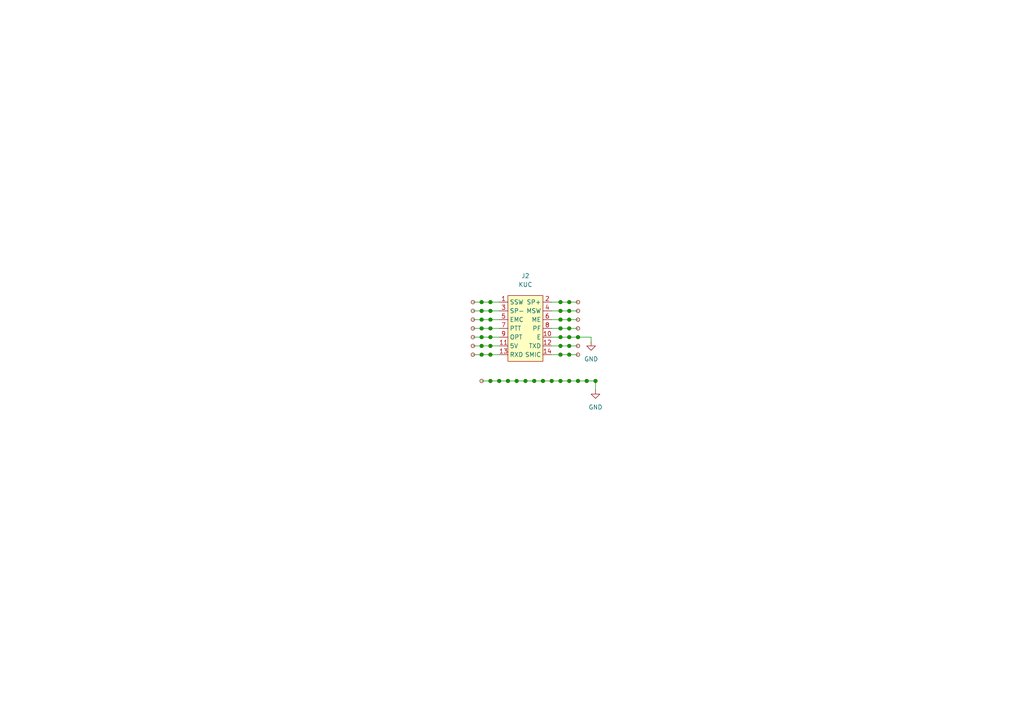
<source format=kicad_sch>
(kicad_sch (version 20211123) (generator eeschema)
  (paper "A4")
  (lib_symbols
    (symbol "Connector:TestPoint_Small" (pin_numbers hide) (pin_names (offset 0.762) hide)
      (property "Reference" "TP" (at 0 3.81 0))
      (property "Value" "TestPoint_Small" (at 0 2.032 0))
      (symbol "TestPoint_Small_0_1"
        (circle (center 0 0) (radius 0.508))
      )
      (symbol "TestPoint_Small_1_1"
        (pin passive line (at 0 0 90) (length 0) (name "1") (number "1"))
      )
    )
    (symbol "Kenwood_Universal_Connector:KUC"
      (property "Reference" "J" (at 0 12.7 0))
      (property "Value" "KUC" (at 0 10.795 0))
      (symbol "KUC_0_1"
        (rectangle (start -5.08 9.525) (end 5.08 -9.525) (fill (type background)))
      )
      (symbol "KUC_1_1"
        (pin input line (at -7.62 7.62 0) (length 2.54) (name "SSW") (number "1"))
        (pin power_in line (at 7.62 -2.54 180) (length 2.54) (name "E") (number "10"))
        (pin power_out line (at -7.62 -5.08 0) (length 2.54) (name "5V") (number "11"))
        (pin output line (at 7.62 -5.08 180) (length 2.54) (name "TXD") (number "12"))
        (pin input line (at -7.62 -7.62 0) (length 2.54) (name "RXD") (number "13"))
        (pin input line (at 7.62 -7.62 180) (length 2.54) (name "SMIC") (number "14"))
        (pin output line (at 7.62 7.62 180) (length 2.54) (name "SP+") (number "2"))
        (pin output line (at -7.62 5.08 0) (length 2.54) (name "SP-") (number "3"))
        (pin input line (at 7.62 5.08 180) (length 2.54) (name "MSW") (number "4"))
        (pin input line (at -7.62 2.54 0) (length 2.54) (name "EMC") (number "5"))
        (pin output line (at 7.62 2.54 180) (length 2.54) (name "ME") (number "6"))
        (pin input line (at -7.62 0 0) (length 2.54) (name "PTT") (number "7"))
        (pin input line (at 7.62 0 180) (length 2.54) (name "PF") (number "8"))
        (pin input line (at -7.62 -2.54 0) (length 2.54) (name "OPT") (number "9"))
      )
    )
    (symbol "power:GND" (power) (pin_names (offset 0))
      (property "Value" "GND" (at 0 -3.81 0))
      (symbol "GND_0_1"
        (polyline (pts (xy 0 0) (xy 0 -1.27) (xy 1.27 -1.27) (xy 0 -2.54) (xy -1.27 -1.27) (xy 0 -1.27)))
      )
      (symbol "GND_1_1"
        (pin power_in line (at 0 0 270) (length 0) hide (name "GND") (number "1"))
      )
    )
  )
  (junction (at 139.7 92.71))
  (junction (at 167.64 97.79))
  (junction (at 142.24 87.63))
  (junction (at 144.78 110.49))
  (junction (at 139.7 100.33))
  (junction (at 165.1 87.63))
  (junction (at 154.94 110.49))
  (junction (at 172.72 110.49))
  (junction (at 162.56 95.25))
  (junction (at 165.1 100.33))
  (junction (at 147.32 110.49))
  (junction (at 142.24 110.49))
  (junction (at 139.7 90.17))
  (junction (at 162.56 90.17))
  (junction (at 142.24 102.87))
  (junction (at 170.18 110.49))
  (junction (at 165.1 90.17))
  (junction (at 142.24 95.25))
  (junction (at 160.02 110.49))
  (junction (at 162.56 110.49))
  (junction (at 165.1 92.71))
  (junction (at 142.24 97.79))
  (junction (at 139.7 95.25))
  (junction (at 167.64 110.49))
  (junction (at 157.48 110.49))
  (junction (at 162.56 92.71))
  (junction (at 139.7 102.87))
  (junction (at 139.7 97.79))
  (junction (at 139.7 87.63))
  (junction (at 142.24 90.17))
  (junction (at 165.1 95.25))
  (junction (at 142.24 92.71))
  (junction (at 162.56 102.87))
  (junction (at 165.1 102.87))
  (junction (at 162.56 87.63))
  (junction (at 162.56 100.33))
  (junction (at 162.56 97.79))
  (junction (at 142.24 100.33))
  (junction (at 149.86 110.49))
  (junction (at 165.1 110.49))
  (junction (at 165.1 97.79))
  (junction (at 152.4 110.49))
  (wire (pts (xy 144.78 110.49) (xy 147.32 110.49)))
  (wire (pts (xy 165.1 92.71) (xy 167.64 92.71)))
  (wire (pts (xy 162.56 95.25) (xy 165.1 95.25)))
  (wire (pts (xy 162.56 102.87) (xy 165.1 102.87)))
  (wire (pts (xy 160.02 97.79) (xy 162.56 97.79)))
  (wire (pts (xy 142.24 100.33) (xy 144.78 100.33)))
  (wire (pts (xy 160.02 100.33) (xy 162.56 100.33)))
  (wire (pts (xy 160.02 92.71) (xy 162.56 92.71)))
  (wire (pts (xy 160.02 110.49) (xy 162.56 110.49)))
  (wire (pts (xy 160.02 102.87) (xy 162.56 102.87)))
  (wire (pts (xy 137.16 100.33) (xy 139.7 100.33)))
  (wire (pts (xy 147.32 110.49) (xy 149.86 110.49)))
  (wire (pts (xy 165.1 102.87) (xy 167.64 102.87)))
  (wire (pts (xy 167.64 110.49) (xy 170.18 110.49)))
  (wire (pts (xy 152.4 110.49) (xy 154.94 110.49)))
  (wire (pts (xy 162.56 97.79) (xy 165.1 97.79)))
  (wire (pts (xy 142.24 92.71) (xy 144.78 92.71)))
  (wire (pts (xy 157.48 110.49) (xy 160.02 110.49)))
  (wire (pts (xy 139.7 92.71) (xy 142.24 92.71)))
  (wire (pts (xy 165.1 90.17) (xy 167.64 90.17)))
  (wire (pts (xy 142.24 95.25) (xy 144.78 95.25)))
  (wire (pts (xy 165.1 87.63) (xy 167.64 87.63)))
  (wire (pts (xy 139.7 102.87) (xy 142.24 102.87)))
  (wire (pts (xy 165.1 110.49) (xy 167.64 110.49)))
  (wire (pts (xy 139.7 97.79) (xy 142.24 97.79)))
  (wire (pts (xy 137.16 92.71) (xy 139.7 92.71)))
  (wire (pts (xy 139.7 90.17) (xy 142.24 90.17)))
  (wire (pts (xy 142.24 102.87) (xy 144.78 102.87)))
  (wire (pts (xy 171.45 97.79) (xy 167.64 97.79)))
  (wire (pts (xy 165.1 97.79) (xy 167.64 97.79)))
  (wire (pts (xy 160.02 90.17) (xy 162.56 90.17)))
  (wire (pts (xy 142.24 97.79) (xy 144.78 97.79)))
  (wire (pts (xy 139.7 110.49) (xy 142.24 110.49)))
  (wire (pts (xy 170.18 110.49) (xy 172.72 110.49)))
  (wire (pts (xy 137.16 87.63) (xy 139.7 87.63)))
  (wire (pts (xy 162.56 110.49) (xy 165.1 110.49)))
  (wire (pts (xy 160.02 95.25) (xy 162.56 95.25)))
  (wire (pts (xy 142.24 90.17) (xy 144.78 90.17)))
  (wire (pts (xy 139.7 87.63) (xy 142.24 87.63)))
  (wire (pts (xy 137.16 90.17) (xy 139.7 90.17)))
  (wire (pts (xy 165.1 95.25) (xy 167.64 95.25)))
  (wire (pts (xy 165.1 100.33) (xy 167.64 100.33)))
  (wire (pts (xy 160.02 87.63) (xy 162.56 87.63)))
  (wire (pts (xy 162.56 87.63) (xy 165.1 87.63)))
  (wire (pts (xy 149.86 110.49) (xy 152.4 110.49)))
  (wire (pts (xy 139.7 100.33) (xy 142.24 100.33)))
  (wire (pts (xy 171.45 99.06) (xy 171.45 97.79)))
  (wire (pts (xy 137.16 97.79) (xy 139.7 97.79)))
  (wire (pts (xy 162.56 90.17) (xy 165.1 90.17)))
  (wire (pts (xy 154.94 110.49) (xy 157.48 110.49)))
  (wire (pts (xy 172.72 110.49) (xy 172.72 113.03)))
  (wire (pts (xy 139.7 95.25) (xy 142.24 95.25)))
  (wire (pts (xy 162.56 100.33) (xy 165.1 100.33)))
  (wire (pts (xy 137.16 95.25) (xy 139.7 95.25)))
  (wire (pts (xy 142.24 110.49) (xy 144.78 110.49)))
  (wire (pts (xy 142.24 87.63) (xy 144.78 87.63)))
  (wire (pts (xy 162.56 92.71) (xy 165.1 92.71)))
  (wire (pts (xy 137.16 102.87) (xy 139.7 102.87)))
  (symbol (lib_id "Connector:TestPoint_Small") (at 137.16 95.25 0) (unit 1)
    (property "Reference" "TP4" (effects hide))
    (property "Value" "TestPoint_Small" (effects hide))
    (property "Footprint" "TestPoint:TestPoint_THTPad_D1.0mm_Drill0.5mm" (effects hide))
  )
  (symbol (lib_id "Connector:TestPoint_Small") (at 162.56 100.33 0) (unit 1)
    (property "Reference" "TP27" (effects hide))
    (property "Value" "TestPoint_Small" (effects hide))
    (property "Footprint" "TestPoint:TestPoint_THTPad_D1.0mm_Drill0.5mm" (effects hide))
  )
  (symbol (lib_id "Connector:TestPoint_Small") (at 165.1 87.63 0) (unit 1)
    (property "Reference" "TP29" (effects hide))
    (property "Value" "TestPoint_Small" (effects hide))
    (property "Footprint" "TestPoint:TestPoint_THTPad_D1.0mm_Drill0.5mm" (effects hide))
  )
  (symbol (lib_id "Connector:TestPoint_Small") (at 157.48 110.49 0) (unit 1)
    (property "Reference" "TP50" (effects hide))
    (property "Value" "TestPoint_Small" (effects hide))
    (property "Footprint" "TestPoint:TestPoint_THTPad_D1.0mm_Drill0.5mm" (effects hide))
  )
  (symbol (lib_id "power:GND") (at 172.72 113.03 0) (unit 1)
    (property "Reference" "#PWR01" (effects hide))
    (property "Value" "GND" (at 172.72 118.11 0))
  )
  (symbol (lib_id "Connector:TestPoint_Small") (at 137.16 100.33 0) (unit 1)
    (property "Reference" "TP6" (effects hide))
    (property "Value" "TestPoint_Small" (effects hide))
    (property "Footprint" "TestPoint:TestPoint_THTPad_D1.0mm_Drill0.5mm" (effects hide))
  )
  (symbol (lib_id "Connector:TestPoint_Small") (at 142.24 100.33 0) (unit 1)
    (property "Reference" "TP20" (effects hide))
    (property "Value" "TestPoint_Small" (effects hide))
    (property "Footprint" "TestPoint:TestPoint_THTPad_D1.0mm_Drill0.5mm" (effects hide))
  )
  (symbol (lib_id "Connector:TestPoint_Small") (at 139.7 87.63 0) (unit 1)
    (property "Reference" "TP8" (effects hide))
    (property "Value" "TestPoint_Small" (effects hide))
    (property "Footprint" "TestPoint:TestPoint_THTPad_D1.0mm_Drill0.5mm" (effects hide))
  )
  (symbol (lib_id "Connector:TestPoint_Small") (at 154.94 110.49 0) (unit 1)
    (property "Reference" "TP49" (effects hide))
    (property "Value" "TestPoint_Small" (effects hide))
    (property "Footprint" "TestPoint:TestPoint_THTPad_D1.0mm_Drill0.5mm" (effects hide))
  )
  (symbol (lib_id "Connector:TestPoint_Small") (at 139.7 95.25 0) (unit 1)
    (property "Reference" "TP11" (effects hide))
    (property "Value" "TestPoint_Small" (effects hide))
    (property "Footprint" "TestPoint:TestPoint_THTPad_D1.0mm_Drill0.5mm" (effects hide))
  )
  (symbol (lib_id "Connector:TestPoint_Small") (at 165.1 95.25 0) (unit 1)
    (property "Reference" "TP32" (effects hide))
    (property "Value" "TestPoint_Small" (effects hide))
    (property "Footprint" "TestPoint:TestPoint_THTPad_D1.0mm_Drill0.5mm" (effects hide))
  )
  (symbol (lib_id "Connector:TestPoint_Small") (at 162.56 102.87 0) (unit 1)
    (property "Reference" "TP28" (effects hide))
    (property "Value" "TestPoint_Small" (effects hide))
    (property "Footprint" "TestPoint:TestPoint_THTPad_D1.0mm_Drill0.5mm" (effects hide))
  )
  (symbol (lib_id "Connector:TestPoint_Small") (at 167.64 95.25 0) (unit 1)
    (property "Reference" "TP39" (effects hide))
    (property "Value" "TestPoint_Small" (effects hide))
    (property "Footprint" "TestPoint:TestPoint_THTPad_D1.0mm_Drill0.5mm" (effects hide))
  )
  (symbol (lib_id "Connector:TestPoint_Small") (at 144.78 110.49 0) (unit 1)
    (property "Reference" "TP45" (effects hide))
    (property "Value" "TestPoint_Small" (effects hide))
    (property "Footprint" "TestPoint:TestPoint_THTPad_D1.0mm_Drill0.5mm" (effects hide))
  )
  (symbol (lib_id "Connector:TestPoint_Small") (at 162.56 97.79 0) (unit 1)
    (property "Reference" "TP26" (effects hide))
    (property "Value" "TestPoint_Small" (effects hide))
    (property "Footprint" "TestPoint:TestPoint_THTPad_D1.0mm_Drill0.5mm" (effects hide))
  )
  (symbol (lib_id "Connector:TestPoint_Small") (at 147.32 110.49 0) (unit 1)
    (property "Reference" "TP46" (effects hide))
    (property "Value" "TestPoint_Small" (effects hide))
    (property "Footprint" "TestPoint:TestPoint_THTPad_D1.0mm_Drill0.5mm" (effects hide))
  )
  (symbol (lib_id "Connector:TestPoint_Small") (at 137.16 87.63 0) (unit 1)
    (property "Reference" "TP1" (effects hide))
    (property "Value" "TestPoint_Small" (effects hide))
    (property "Footprint" "TestPoint:TestPoint_THTPad_D1.0mm_Drill0.5mm" (effects hide))
  )
  (symbol (lib_id "Connector:TestPoint_Small") (at 165.1 102.87 0) (unit 1)
    (property "Reference" "TP35" (effects hide))
    (property "Value" "TestPoint_Small" (effects hide))
    (property "Footprint" "TestPoint:TestPoint_THTPad_D1.0mm_Drill0.5mm" (effects hide))
  )
  (symbol (lib_id "Connector:TestPoint_Small") (at 137.16 102.87 0) (unit 1)
    (property "Reference" "TP7" (effects hide))
    (property "Value" "TestPoint_Small" (effects hide))
    (property "Footprint" "TestPoint:TestPoint_THTPad_D1.0mm_Drill0.5mm" (effects hide))
  )
  (symbol (lib_id "Connector:TestPoint_Small") (at 167.64 90.17 0) (unit 1)
    (property "Reference" "TP37" (effects hide))
    (property "Value" "TestPoint_Small" (effects hide))
    (property "Footprint" "TestPoint:TestPoint_THTPad_D1.0mm_Drill0.5mm" (effects hide))
  )
  (symbol (lib_id "Connector:TestPoint_Small") (at 139.7 100.33 0) (unit 1)
    (property "Reference" "TP13" (effects hide))
    (property "Value" "TestPoint_Small" (effects hide))
    (property "Footprint" "TestPoint:TestPoint_THTPad_D1.0mm_Drill0.5mm" (effects hide))
  )
  (symbol (lib_id "Connector:TestPoint_Small") (at 142.24 102.87 0) (unit 1)
    (property "Reference" "TP21" (effects hide))
    (property "Value" "TestPoint_Small" (effects hide))
    (property "Footprint" "TestPoint:TestPoint_THTPad_D1.0mm_Drill0.5mm" (effects hide))
  )
  (symbol (lib_id "Connector:TestPoint_Small") (at 149.86 110.49 0) (unit 1)
    (property "Reference" "TP47" (effects hide))
    (property "Value" "TestPoint_Small" (effects hide))
    (property "Footprint" "TestPoint:TestPoint_THTPad_D1.0mm_Drill0.5mm" (effects hide))
  )
  (symbol (lib_id "power:GND") (at 171.45 99.06 0) (unit 1)
    (property "Reference" "#PWR0101" (effects hide))
    (property "Value" "GND" (at 171.45 104.14 0))
  )
  (symbol (lib_id "Connector:TestPoint_Small") (at 142.24 87.63 0) (unit 1)
    (property "Reference" "TP15" (effects hide))
    (property "Value" "TestPoint_Small" (effects hide))
    (property "Footprint" "TestPoint:TestPoint_THTPad_D1.0mm_Drill0.5mm" (effects hide))
  )
  (symbol (lib_id "Connector:TestPoint_Small") (at 162.56 87.63 0) (unit 1)
    (property "Reference" "TP22" (effects hide))
    (property "Value" "TestPoint_Small" (effects hide))
    (property "Footprint" "TestPoint:TestPoint_THTPad_D1.0mm_Drill0.5mm" (effects hide))
  )
  (symbol (lib_id "Connector:TestPoint_Small") (at 142.24 97.79 0) (unit 1)
    (property "Reference" "TP19" (effects hide))
    (property "Value" "TestPoint_Small" (effects hide))
    (property "Footprint" "TestPoint:TestPoint_THTPad_D1.0mm_Drill0.5mm" (effects hide))
  )
  (symbol (lib_id "Connector:TestPoint_Small") (at 142.24 90.17 0) (unit 1)
    (property "Reference" "TP16" (effects hide))
    (property "Value" "TestPoint_Small" (effects hide))
    (property "Footprint" "TestPoint:TestPoint_THTPad_D1.0mm_Drill0.5mm" (effects hide))
  )
  (symbol (lib_id "Connector:TestPoint_Small") (at 165.1 110.49 0) (unit 1)
    (property "Reference" "TP53" (effects hide))
    (property "Value" "TestPoint_Small" (effects hide))
    (property "Footprint" "TestPoint:TestPoint_THTPad_D1.0mm_Drill0.5mm" (effects hide))
  )
  (symbol (lib_id "Connector:TestPoint_Small") (at 162.56 110.49 0) (unit 1)
    (property "Reference" "TP52" (effects hide))
    (property "Value" "TestPoint_Small" (effects hide))
    (property "Footprint" "TestPoint:TestPoint_THTPad_D1.0mm_Drill0.5mm" (effects hide))
  )
  (symbol (lib_id "Connector:TestPoint_Small") (at 165.1 90.17 0) (unit 1)
    (property "Reference" "TP30" (effects hide))
    (property "Value" "TestPoint_Small" (effects hide))
    (property "Footprint" "TestPoint:TestPoint_THTPad_D1.0mm_Drill0.5mm" (effects hide))
  )
  (symbol (lib_id "Connector:TestPoint_Small") (at 172.72 110.49 0) (unit 1)
    (property "Reference" "TP56" (effects hide))
    (property "Value" "TestPoint_Small" (effects hide))
    (property "Footprint" "TestPoint:TestPoint_THTPad_D1.0mm_Drill0.5mm" (effects hide))
  )
  (symbol (lib_id "Connector:TestPoint_Small") (at 165.1 92.71 0) (unit 1)
    (property "Reference" "TP31" (effects hide))
    (property "Value" "TestPoint_Small" (effects hide))
    (property "Footprint" "TestPoint:TestPoint_THTPad_D1.0mm_Drill0.5mm" (effects hide))
  )
  (symbol (lib_id "Connector:TestPoint_Small") (at 137.16 90.17 0) (unit 1)
    (property "Reference" "TP2" (effects hide))
    (property "Value" "TestPoint_Small" (effects hide))
    (property "Footprint" "TestPoint:TestPoint_THTPad_D1.0mm_Drill0.5mm" (effects hide))
  )
  (symbol (lib_id "Connector:TestPoint_Small") (at 137.16 92.71 0) (unit 1)
    (property "Reference" "TP3" (effects hide))
    (property "Value" "TestPoint_Small" (effects hide))
    (property "Footprint" "TestPoint:TestPoint_THTPad_D1.0mm_Drill0.5mm" (effects hide))
  )
  (symbol (lib_id "Connector:TestPoint_Small") (at 142.24 95.25 0) (unit 1)
    (property "Reference" "TP18" (effects hide))
    (property "Value" "TestPoint_Small" (effects hide))
    (property "Footprint" "TestPoint:TestPoint_THTPad_D1.0mm_Drill0.5mm" (effects hide))
  )
  (symbol (lib_id "Connector:TestPoint_Small") (at 162.56 95.25 0) (unit 1)
    (property "Reference" "TP25" (effects hide))
    (property "Value" "TestPoint_Small" (effects hide))
    (property "Footprint" "TestPoint:TestPoint_THTPad_D1.0mm_Drill0.5mm" (effects hide))
  )
  (symbol (lib_id "Connector:TestPoint_Small") (at 142.24 92.71 0) (unit 1)
    (property "Reference" "TP17" (effects hide))
    (property "Value" "TestPoint_Small" (effects hide))
    (property "Footprint" "TestPoint:TestPoint_THTPad_D1.0mm_Drill0.5mm" (effects hide))
  )
  (symbol (lib_id "Connector:TestPoint_Small") (at 139.7 90.17 0) (unit 1)
    (property "Reference" "TP9" (effects hide))
    (property "Value" "TestPoint_Small" (effects hide))
    (property "Footprint" "TestPoint:TestPoint_THTPad_D1.0mm_Drill0.5mm" (effects hide))
  )
  (symbol (lib_id "Connector:TestPoint_Small") (at 167.64 102.87 0) (unit 1)
    (property "Reference" "TP42" (effects hide))
    (property "Value" "TestPoint_Small" (effects hide))
    (property "Footprint" "TestPoint:TestPoint_THTPad_D1.0mm_Drill0.5mm" (effects hide))
  )
  (symbol (lib_id "Connector:TestPoint_Small") (at 167.64 97.79 0) (unit 1)
    (property "Reference" "TP40" (effects hide))
    (property "Value" "TestPoint_Small" (effects hide))
    (property "Footprint" "TestPoint:TestPoint_THTPad_D1.0mm_Drill0.5mm" (effects hide))
  )
  (symbol (lib_id "Connector:TestPoint_Small") (at 137.16 97.79 0) (unit 1)
    (property "Reference" "TP5" (effects hide))
    (property "Value" "TestPoint_Small" (effects hide))
    (property "Footprint" "TestPoint:TestPoint_THTPad_D1.0mm_Drill0.5mm" (effects hide))
  )
  (symbol (lib_id "Connector:TestPoint_Small") (at 167.64 110.49 0) (unit 1)
    (property "Reference" "TP54" (effects hide))
    (property "Value" "TestPoint_Small" (effects hide))
    (property "Footprint" "TestPoint:TestPoint_THTPad_D1.0mm_Drill0.5mm" (effects hide))
  )
  (symbol (lib_id "Connector:TestPoint_Small") (at 170.18 110.49 0) (unit 1)
    (property "Reference" "TP55" (effects hide))
    (property "Value" "TestPoint_Small" (effects hide))
    (property "Footprint" "TestPoint:TestPoint_THTPad_D1.0mm_Drill0.5mm" (effects hide))
  )
  (symbol (lib_id "Connector:TestPoint_Small") (at 152.4 110.49 0) (unit 1)
    (property "Reference" "TP48" (effects hide))
    (property "Value" "TestPoint_Small" (effects hide))
    (property "Footprint" "TestPoint:TestPoint_THTPad_D1.0mm_Drill0.5mm" (effects hide))
  )
  (symbol (lib_id "Connector:TestPoint_Small") (at 165.1 100.33 0) (unit 1)
    (property "Reference" "TP34" (effects hide))
    (property "Value" "TestPoint_Small" (effects hide))
    (property "Footprint" "TestPoint:TestPoint_THTPad_D1.0mm_Drill0.5mm" (effects hide))
  )
  (symbol (lib_id "Connector:TestPoint_Small") (at 167.64 100.33 0) (unit 1)
    (property "Reference" "TP41" (effects hide))
    (property "Value" "TestPoint_Small" (effects hide))
    (property "Footprint" "TestPoint:TestPoint_THTPad_D1.0mm_Drill0.5mm" (effects hide))
  )
  (symbol (lib_id "Connector:TestPoint_Small") (at 160.02 110.49 0) (unit 1)
    (property "Reference" "TP51" (effects hide))
    (property "Value" "TestPoint_Small" (effects hide))
    (property "Footprint" "TestPoint:TestPoint_THTPad_D1.0mm_Drill0.5mm" (effects hide))
  )
  (symbol (lib_id "Connector:TestPoint_Small") (at 162.56 90.17 0) (unit 1)
    (property "Reference" "TP23" (effects hide))
    (property "Value" "TestPoint_Small" (effects hide))
    (property "Footprint" "TestPoint:TestPoint_THTPad_D1.0mm_Drill0.5mm" (effects hide))
  )
  (symbol (lib_id "Connector:TestPoint_Small") (at 165.1 97.79 0) (unit 1)
    (property "Reference" "TP33" (effects hide))
    (property "Value" "TestPoint_Small" (effects hide))
    (property "Footprint" "TestPoint:TestPoint_THTPad_D1.0mm_Drill0.5mm" (effects hide))
  )
  (symbol (lib_id "Connector:TestPoint_Small") (at 167.64 92.71 0) (unit 1)
    (property "Reference" "TP38" (effects hide))
    (property "Value" "TestPoint_Small" (effects hide))
    (property "Footprint" "TestPoint:TestPoint_THTPad_D1.0mm_Drill0.5mm" (effects hide))
  )
  (symbol (lib_id "Connector:TestPoint_Small") (at 167.64 87.63 0) (unit 1)
    (property "Reference" "TP36" (effects hide))
    (property "Value" "TestPoint_Small" (effects hide))
    (property "Footprint" "TestPoint:TestPoint_THTPad_D1.0mm_Drill0.5mm" (effects hide))
  )
  (symbol (lib_id "Connector:TestPoint_Small") (at 139.7 110.49 0) (unit 1)
    (property "Reference" "TP43" (effects hide))
    (property "Value" "TestPoint_Small" (effects hide))
    (property "Footprint" "TestPoint:TestPoint_THTPad_D1.0mm_Drill0.5mm" (effects hide))
  )
  (symbol (lib_id "Connector:TestPoint_Small") (at 162.56 92.71 0) (unit 1)
    (property "Reference" "TP24" (effects hide))
    (property "Value" "TestPoint_Small" (effects hide))
    (property "Footprint" "TestPoint:TestPoint_THTPad_D1.0mm_Drill0.5mm" (effects hide))
  )
  (symbol (lib_id "Connector:TestPoint_Small") (at 142.24 110.49 0) (unit 1)
    (property "Reference" "TP44" (effects hide))
    (property "Value" "TestPoint_Small" (effects hide))
    (property "Footprint" "TestPoint:TestPoint_THTPad_D1.0mm_Drill0.5mm" (effects hide))
  )
  (symbol (lib_id "Kenwood_Universal_Connector:KUC") (at 152.4 95.25 0) (unit 1)
    (property "Reference" "J2" (at 152.4 80.01 0))
    (property "Value" "KUC" (at 152.4 82.55 0))
    (property "Footprint" "Kenwood_Universal_Connector:KUC_FP" (effects hide))
  )
  (symbol (lib_id "Connector:TestPoint_Small") (at 139.7 92.71 0) (unit 1)
    (property "Reference" "TP10" (effects hide))
    (property "Value" "TestPoint_Small" (effects hide))
    (property "Footprint" "TestPoint:TestPoint_THTPad_D1.0mm_Drill0.5mm" (effects hide))
  )
  (symbol (lib_id "Connector:TestPoint_Small") (at 139.7 102.87 0) (unit 1)
    (property "Reference" "TP14" (effects hide))
    (property "Value" "TestPoint_Small" (effects hide))
    (property "Footprint" "TestPoint:TestPoint_THTPad_D1.0mm_Drill0.5mm" (effects hide))
  )
  (symbol (lib_id "Connector:TestPoint_Small") (at 139.7 97.79 0) (unit 1)
    (property "Reference" "TP12" (effects hide))
    (property "Value" "TestPoint_Small" (effects hide))
    (property "Footprint" "TestPoint:TestPoint_THTPad_D1.0mm_Drill0.5mm" (effects hide))
  )
)
</source>
